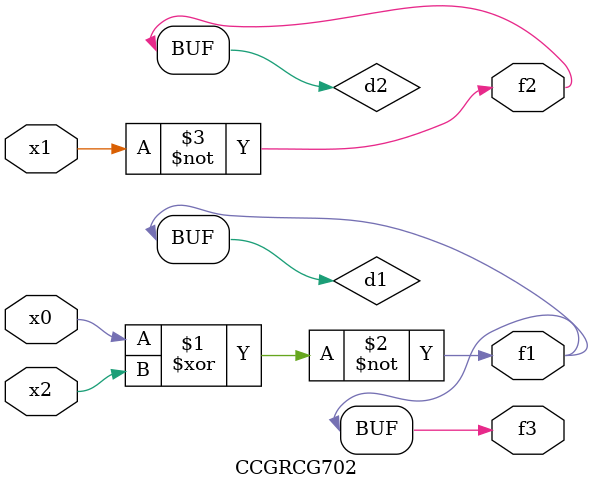
<source format=v>
module CCGRCG702(
	input x0, x1, x2,
	output f1, f2, f3
);

	wire d1, d2, d3;

	xnor (d1, x0, x2);
	nand (d2, x1);
	nor (d3, x1, x2);
	assign f1 = d1;
	assign f2 = d2;
	assign f3 = d1;
endmodule

</source>
